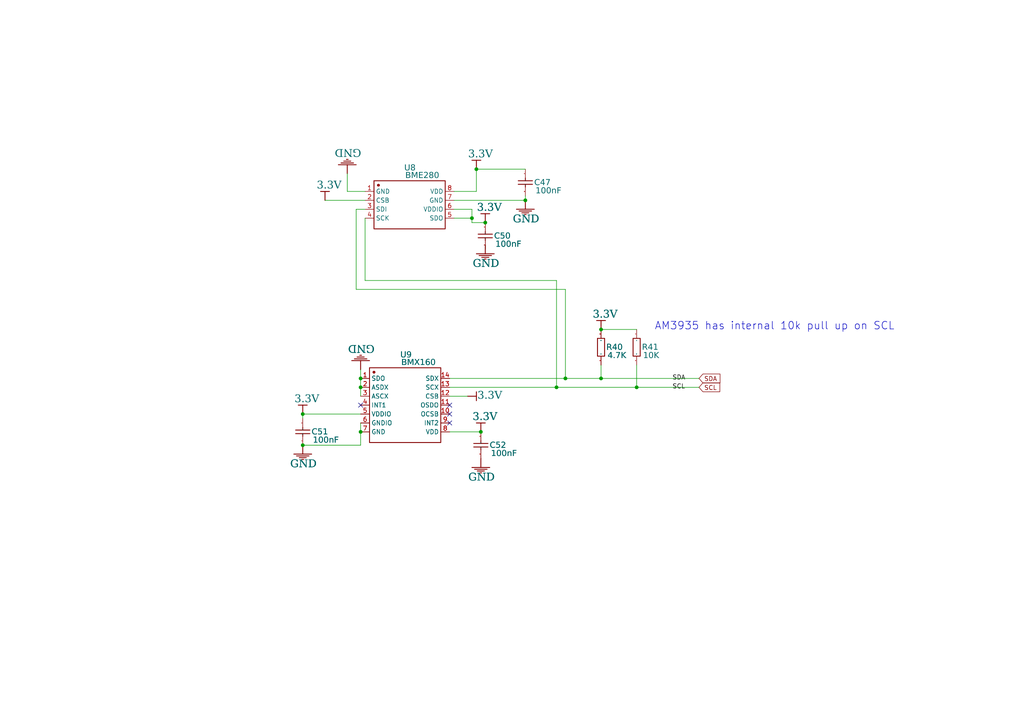
<source format=kicad_sch>
(kicad_sch (version 20250114) (generator "eeschema") (generator_version "9.0")
  (paper "User" 292.1 205.105)
  (lib_symbols
    (symbol "0402WGF1002TCE"
      (property "Reference" "R41" (at 1.524 0.9017 0))
      (property "Value" "10K" (at 1.524 -1.4097 0))
      (symbol "0402WGF1002TCE_0_0"
        (rectangle (start -1.016 2.54) (end 1.016 -2.54) (stroke (width 0.254)))
        (pin input line (at 0 5.08 270) (length 2.54) (name "1") (number "1"))
        (pin input line (at 0 -5.08 90) (length 2.54) (name "2") (number "2"))
      )
    )
    (symbol "0402WGF4701TCE"
      (property "Reference" "R40" (at 1.524 0.8763 0))
      (property "Value" "4.7K" (at 1.524 -1.4097 0))
      (symbol "0402WGF4701TCE_0_0"
        (rectangle (start -1.016 2.54) (end 1.016 -2.54) (stroke (width 0.254)))
        (pin input line (at 0 5.08 270) (length 2.54) (name "2") (number "2"))
        (pin input line (at 0 -5.08 90) (length 2.54) (name "1") (number "1"))
      )
    )
    (symbol "3.3V" (power) (pin_numbers (hide yes)) (pin_names (hide yes))
      (property "Value" "3.3V" (at 0 -3.81 0))
      (symbol "3.3V_0_0"
        (polyline (pts (xy -1.27 -2.54) (xy 1.27 -2.54)) (stroke (width 0.254)))
        (polyline (pts (xy 0 0) (xy 0 -2.54)) (stroke (width 0.254)))
        (pin power_in line (at 0 0 270) (length 0) (name "3.3V") (number "1"))
      )
    )
    (symbol "BME280"
      (property "Reference" "U8" (at -1.524 11.4173 0))
      (property "Value" "BME280" (at -1.524 9.3091 0))
      (symbol "BME280_0_0"
        (rectangle (start -10.16 6.858) (end 10.16 -6.858) (stroke (width 0.254)))
        (circle (center -8.89 5.588) (radius 0.254) (stroke (width 0.254)) (fill (type outline)))
        (circle (center -8.89 5.588) (radius 0.254) (stroke (width 0.254)) (fill (type outline)))
        (pin unspecified line (at -12.7 3.81 0) (length 2.54) (name "GND") (number "1"))
        (pin unspecified line (at -12.7 1.27 0) (length 2.54) (name "CSB") (number "2"))
        (pin unspecified line (at -12.7 -1.27 0) (length 2.54) (name "SDI") (number "3"))
        (pin unspecified line (at -12.7 -3.81 0) (length 2.54) (name "SCK") (number "4"))
        (pin unspecified line (at 12.7 3.81 180) (length 2.54) (name "VDD") (number "8"))
        (pin unspecified line (at 12.7 1.27 180) (length 2.54) (name "GND") (number "7"))
        (pin unspecified line (at 12.7 -1.27 180) (length 2.54) (name "VDDIO") (number "6"))
        (pin unspecified line (at 12.7 -3.81 180) (length 2.54) (name "SDO") (number "5"))
      )
    )
    (symbol "BMX160"
      (property "Reference" "U9" (at -1.3716 15.2273 0))
      (property "Value" "BMX160" (at -1.3716 13.1191 0))
      (symbol "BMX160_0_0"
        (rectangle (start -10.16 10.668) (end 10.16 -10.668) (stroke (width 0.254)))
        (circle (center -8.89 9.398) (radius 0.254) (stroke (width 0.254)) (fill (type outline)))
        (circle (center -8.89 9.398) (radius 0.254) (stroke (width 0.254)) (fill (type outline)))
        (pin unspecified line (at -12.7 7.62 0) (length 2.54) (name "SDO") (number "1"))
        (pin unspecified line (at -12.7 5.08 0) (length 2.54) (name "ASDX") (number "2"))
        (pin unspecified line (at -12.7 2.54 0) (length 2.54) (name "ASCX") (number "3"))
        (pin unspecified line (at -12.7 0 0) (length 2.54) (name "INT1") (number "4"))
        (pin unspecified line (at -12.7 -2.54 0) (length 2.54) (name "VDDIO") (number "5"))
        (pin unspecified line (at -12.7 -5.08 0) (length 2.54) (name "GNDIO") (number "6"))
        (pin unspecified line (at -12.7 -7.62 0) (length 2.54) (name "GND") (number "7"))
        (pin unspecified line (at 12.7 7.62 180) (length 2.54) (name "SDX") (number "14"))
        (pin unspecified line (at 12.7 5.08 180) (length 2.54) (name "SCX") (number "13"))
        (pin unspecified line (at 12.7 2.54 180) (length 2.54) (name "CSB") (number "12"))
        (pin unspecified line (at 12.7 0 180) (length 2.54) (name "OSDO") (number "11"))
        (pin unspecified line (at 12.7 -2.54 180) (length 2.54) (name "OCSB") (number "10"))
        (pin unspecified line (at 12.7 -5.08 180) (length 2.54) (name "INT2") (number "9"))
        (pin unspecified line (at 12.7 -7.62 180) (length 2.54) (name "VDD") (number "8"))
      )
    )
    (symbol "CL05B104KO5NNNC"
      (property "Reference" "C47" (at 2.54 0.8763 0))
      (property "Value" "100nF" (at 2.54 -1.4097 0))
      (symbol "CL05B104KO5NNNC_0_0"
        (polyline (pts (xy 0 1.27) (xy 0 0.508)) (stroke (width 0.254)))
        (polyline (pts (xy 0 -0.508) (xy 0 -1.27)) (stroke (width 0.254)))
        (polyline (pts (xy 2.032 0.508) (xy -2.032 0.508)) (stroke (width 0.254)))
        (polyline (pts (xy 2.032 -0.508) (xy -2.032 -0.508)) (stroke (width 0.254)))
        (pin input line (at 0 3.81 270) (length 2.54) (name "1") (number "1"))
        (pin input line (at 0 -3.81 90) (length 2.54) (name "2") (number "2"))
      )
    )
    (symbol "CL05B104KO5NNNC_1"
      (property "Reference" "C50" (at 2.54 0.8763 0))
      (property "Value" "100nF" (at 2.54 -1.4097 0))
      (symbol "CL05B104KO5NNNC_1_0_0"
        (polyline (pts (xy 0 1.27) (xy 0 0.508)) (stroke (width 0.254)))
        (polyline (pts (xy 0 -0.508) (xy 0 -1.27)) (stroke (width 0.254)))
        (polyline (pts (xy 2.032 0.508) (xy -2.032 0.508)) (stroke (width 0.254)))
        (polyline (pts (xy 2.032 -0.508) (xy -2.032 -0.508)) (stroke (width 0.254)))
        (pin input line (at 0 3.81 270) (length 2.54) (name "1") (number "1"))
        (pin input line (at 0 -3.81 90) (length 2.54) (name "2") (number "2"))
      )
    )
    (symbol "CL05B104KO5NNNC_2"
      (property "Reference" "C51" (at 2.54 0.8763 0))
      (property "Value" "100nF" (at 2.54 -1.4097 0))
      (symbol "CL05B104KO5NNNC_2_0_0"
        (polyline (pts (xy 0 1.27) (xy 0 0.508)) (stroke (width 0.254)))
        (polyline (pts (xy 0 -0.508) (xy 0 -1.27)) (stroke (width 0.254)))
        (polyline (pts (xy 2.032 0.508) (xy -2.032 0.508)) (stroke (width 0.254)))
        (polyline (pts (xy 2.032 -0.508) (xy -2.032 -0.508)) (stroke (width 0.254)))
        (pin input line (at 0 3.81 270) (length 2.54) (name "1") (number "1"))
        (pin input line (at 0 -3.81 90) (length 2.54) (name "2") (number "2"))
      )
    )
    (symbol "CL05B104KO5NNNC_3"
      (property "Reference" "C52" (at 2.54 0.8763 0))
      (property "Value" "100nF" (at 2.54 -1.4097 0))
      (symbol "CL05B104KO5NNNC_3_0_0"
        (polyline (pts (xy 0 1.27) (xy 0 0.508)) (stroke (width 0.254)))
        (polyline (pts (xy 0 -0.508) (xy 0 -1.27)) (stroke (width 0.254)))
        (polyline (pts (xy 2.032 0.508) (xy -2.032 0.508)) (stroke (width 0.254)))
        (polyline (pts (xy 2.032 -0.508) (xy -2.032 -0.508)) (stroke (width 0.254)))
        (pin input line (at 0 3.81 270) (length 2.54) (name "1") (number "1"))
        (pin input line (at 0 -3.81 90) (length 2.54) (name "2") (number "2"))
      )
    )
    (symbol "GND" (power) (pin_numbers (hide yes)) (pin_names (hide yes))
      (property "Value" "GND" (at 0 -6.35 0))
      (symbol "GND_0_0"
        (polyline (pts (xy -2.54 -2.54) (xy 2.54 -2.54)) (stroke (width 0.254)))
        (polyline (pts (xy -1.778 -3.048) (xy 1.778 -3.048)) (stroke (width 0.254)))
        (polyline (pts (xy -1.016 -3.556) (xy 1.016 -3.556)) (stroke (width 0.254)))
        (polyline (pts (xy -0.254 -4.064) (xy 0.254 -4.064)) (stroke (width 0.254)))
        (polyline (pts (xy 0 0) (xy 0 -2.54)) (stroke (width 0.254)))
        (pin power_in line (at 0 0 270) (length 0) (name "GND") (number "1"))
      )
    )
  )
  (text "AM3935 has internal 10k pull up on SCL" (at 186.69 91.8083 0) (effects (font (size 2.1717 2.1717)) (justify left top)))
  (junction (at 171.45 107.95))
  (junction (at 86.36 127))
  (junction (at 102.87 123.19))
  (junction (at 134.62 62.23))
  (junction (at 86.36 118.11))
  (junction (at 102.87 110.49))
  (junction (at 181.61 110.49))
  (junction (at 138.43 63.5))
  (junction (at 102.87 107.95))
  (junction (at 149.86 57.15))
  (junction (at 158.75 110.49))
  (junction (at 171.45 93.98))
  (junction (at 137.16 123.19))
  (junction (at 135.89 48.26))
  (junction (at 161.29 107.95))
  (no_connect (at 102.87 115.57))
  (no_connect (at 128.27 115.57))
  (no_connect (at 128.27 118.11))
  (no_connect (at 128.27 120.65))
  (wire (pts (xy 161.29 82.55) (xy 161.29 107.95)))
  (wire (pts (xy 181.61 110.49) (xy 199.39 110.49)))
  (wire (pts (xy 128.27 107.95) (xy 161.29 107.95)))
  (wire (pts (xy 135.89 48.26) (xy 149.86 48.26)))
  (wire (pts (xy 129.54 57.15) (xy 149.86 57.15)))
  (wire (pts (xy 161.29 107.95) (xy 171.45 107.95)))
  (wire (pts (xy 133.35 113.03) (xy 128.27 113.03)))
  (wire (pts (xy 104.14 62.23) (xy 104.14 80.01)))
  (wire (pts (xy 134.62 62.23) (xy 134.62 63.5)))
  (wire (pts (xy 135.89 54.61) (xy 135.89 48.26)))
  (wire (pts (xy 158.75 80.01) (xy 158.75 110.49)))
  (wire (pts (xy 104.14 54.61) (xy 99.06 54.61)))
  (wire (pts (xy 128.27 123.19) (xy 137.16 123.19)))
  (wire (pts (xy 101.6 82.55) (xy 161.29 82.55)))
  (wire (pts (xy 104.14 59.69) (xy 101.6 59.69)))
  (wire (pts (xy 134.62 63.5) (xy 138.43 63.5)))
  (wire (pts (xy 149.86 57.15) (xy 149.86 55.88)))
  (wire (pts (xy 102.87 105.41) (xy 102.87 107.95)))
  (wire (pts (xy 102.87 123.19) (xy 102.87 120.65)))
  (wire (pts (xy 181.61 104.14) (xy 181.61 110.49)))
  (wire (pts (xy 104.14 80.01) (xy 158.75 80.01)))
  (wire (pts (xy 171.45 107.95) (xy 199.39 107.95)))
  (wire (pts (xy 102.87 107.95) (xy 102.87 110.49)))
  (wire (pts (xy 86.36 127) (xy 102.87 127)))
  (wire (pts (xy 102.87 110.49) (xy 102.87 113.03)))
  (wire (pts (xy 134.62 59.69) (xy 134.62 62.23)))
  (wire (pts (xy 129.54 59.69) (xy 134.62 59.69)))
  (wire (pts (xy 101.6 59.69) (xy 101.6 82.55)))
  (wire (pts (xy 128.27 110.49) (xy 158.75 110.49)))
  (wire (pts (xy 129.54 54.61) (xy 135.89 54.61)))
  (wire (pts (xy 86.36 118.11) (xy 86.36 119.38)))
  (wire (pts (xy 104.14 57.15) (xy 92.71 57.15)))
  (wire (pts (xy 102.87 118.11) (xy 86.36 118.11)))
  (wire (pts (xy 102.87 127) (xy 102.87 123.19)))
  (wire (pts (xy 99.06 54.61) (xy 99.06 49.53)))
  (wire (pts (xy 171.45 93.98) (xy 181.61 93.98)))
  (wire (pts (xy 129.54 62.23) (xy 134.62 62.23)))
  (wire (pts (xy 171.45 104.14) (xy 171.45 107.95)))
  (wire (pts (xy 138.43 69.85) (xy 138.43 71.12)))
  (wire (pts (xy 158.75 110.49) (xy 181.61 110.49)))
  (label "SCL" (at 191.77 110.49 0))
  (label "SDA" (at 191.77 107.95 0))
  (global_label "SCL" (shape input) (at 199.39 110.49 0) (property "Intersheetrefs" "${INTERSHEET_REFS}" (effects (hide yes))))
  (global_label "SDA" (shape input) (at 199.39 107.95 0) (property "Intersheetrefs" "${INTERSHEET_REFS}" (effects (hide yes))))
  (symbol (lib_id "3.3V") (at 133.35 113.03 90) (mirror x) (unit 0)
    (property "Reference" "#PWR0229" (effects (hide yes)))
    (property "Value" "3.3V" (at 136.017 114.0714 -270) (effects (font (size 2.1717 2.1717)) (justify right bottom)))
    (property "Description" "Power symbol creates a global label with name '3.3V'" (effects (hide yes)))
  )
  (symbol (lib_id "CL05B104KO5NNNC") (at 149.86 52.07 0) (unit 0)
    (property "Reference" "C47" (at 152.4 51.1937 0) (effects (font (size 1.6891 1.6891)) (justify left top)))
    (property "Value" "100nF" (at 152.4 53.4797 0) (effects (font (size 1.6891 1.6891)) (justify left top)))
    (property "BOM_Manufacturer Part" "CL05B104KO5NNNC" (effects (hide yes)))
    (property "BOM_Manufacturer" "SAMSUNG" (effects (hide yes)))
    (property "BOM_Supplier Part" "C1525" (effects (hide yes)))
    (property "BOM_Supplier" "LCSC" (effects (hide yes)))
  )
  (symbol (lib_id "GND") (at 149.86 57.15 0) (unit 0)
    (property "Reference" "#PWR0226" (effects (hide yes)))
    (property "Value" "GND" (at 146.558 63.754 0) (effects (font (size 2.1717 2.1717)) (justify left bottom)))
    (property "Description" "Power symbol creates a global label with name 'GND'" (effects (hide yes)))
  )
  (symbol (lib_id "CL05B104KO5NNNC_2") (at 86.36 123.19 0) (unit 0)
    (property "Reference" "C51" (at 88.9 122.3137 0) (effects (font (size 1.6891 1.6891)) (justify left top)))
    (property "Value" "100nF" (at 88.9 124.5997 0) (effects (font (size 1.6891 1.6891)) (justify left top)))
    (property "BOM_Manufacturer Part" "CL05B104KO5NNNC" (effects (hide yes)))
    (property "BOM_Manufacturer" "SAMSUNG" (effects (hide yes)))
    (property "BOM_Supplier Part" "C1525" (effects (hide yes)))
    (property "BOM_Supplier" "LCSC" (effects (hide yes)))
  )
  (symbol (lib_id "3.3V") (at 137.16 123.19 0) (mirror x) (unit 0)
    (property "Reference" "#PWR0228" (effects (hide yes)))
    (property "Value" "3.3V" (at 134.62 120.142 0) (effects (font (size 2.1717 2.1717)) (justify left top)))
    (property "Description" "Power symbol creates a global label with name '3.3V'" (effects (hide yes)))
  )
  (symbol (lib_id "GND") (at 137.16 130.81 0) (unit 0)
    (property "Reference" "#PWR0212" (effects (hide yes)))
    (property "Value" "GND" (at 133.858 137.414 0) (effects (font (size 2.1717 2.1717)) (justify left bottom)))
    (property "Description" "Power symbol creates a global label with name 'GND'" (effects (hide yes)))
  )
  (symbol (lib_id "BME280") (at 116.84 58.42 0) (unit 0)
    (property "Reference" "U8" (at 115.316 47.0027 0) (effects (font (size 1.6891 1.6891)) (justify left top)))
    (property "Value" "BME280" (at 115.316 49.1109 0) (effects (font (size 1.6891 1.6891)) (justify left top)))
    (property "BOM_Manufacturer Part" "BME280" (effects (hide yes)))
    (property "BOM_Manufacturer" "Bosch" (effects (hide yes)))
    (property "BOM_Supplier Part" "C92489" (effects (hide yes)))
    (property "BOM_Supplier" "LCSC" (effects (hide yes)))
  )
  (symbol (lib_id "CL05B104KO5NNNC_3") (at 137.16 127 0) (unit 0)
    (property "Reference" "C52" (at 139.7 126.1237 0) (effects (font (size 1.6891 1.6891)) (justify left top)))
    (property "Value" "100nF" (at 139.7 128.4097 0) (effects (font (size 1.6891 1.6891)) (justify left top)))
    (property "BOM_Manufacturer Part" "CL05B104KO5NNNC" (effects (hide yes)))
    (property "BOM_Manufacturer" "SAMSUNG" (effects (hide yes)))
    (property "BOM_Supplier Part" "C1525" (effects (hide yes)))
    (property "BOM_Supplier" "LCSC" (effects (hide yes)))
  )
  (symbol (lib_id "GND") (at 99.06 49.53 180) (unit 0)
    (property "Reference" "#PWR0222" (effects (hide yes)))
    (property "Value" "GND" (at 95.758 44.6786 -180) (effects (font (size 2.1717 2.1717)) (justify left bottom)))
    (property "Description" "Power symbol creates a global label with name 'GND'" (effects (hide yes)))
  )
  (symbol (lib_id "GND") (at 86.36 127 0) (unit 0)
    (property "Reference" "#PWR0207" (effects (hide yes)))
    (property "Value" "GND" (at 83.058 133.604 0) (effects (font (size 2.1717 2.1717)) (justify left bottom)))
    (property "Description" "Power symbol creates a global label with name 'GND'" (effects (hide yes)))
  )
  (symbol (lib_id "3.3V") (at 86.36 118.11 0) (mirror x) (unit 0)
    (property "Reference" "#PWR0220" (effects (hide yes)))
    (property "Value" "3.3V" (at 83.82 115.062 0) (effects (font (size 2.1717 2.1717)) (justify left top)))
    (property "Description" "Power symbol creates a global label with name '3.3V'" (effects (hide yes)))
  )
  (symbol (lib_id "CL05B104KO5NNNC_1") (at 138.43 67.31 0) (unit 0)
    (property "Reference" "C50" (at 140.97 66.4337 0) (effects (font (size 1.6891 1.6891)) (justify left top)))
    (property "Value" "100nF" (at 140.97 68.7197 0) (effects (font (size 1.6891 1.6891)) (justify left top)))
    (property "BOM_Manufacturer Part" "CL05B104KO5NNNC" (effects (hide yes)))
    (property "BOM_Manufacturer" "SAMSUNG" (effects (hide yes)))
    (property "BOM_Supplier Part" "C1525" (effects (hide yes)))
    (property "BOM_Supplier" "LCSC" (effects (hide yes)))
  )
  (symbol (lib_id "GND") (at 138.43 69.85 0) (unit 0)
    (property "Reference" "#PWR0227" (effects (hide yes)))
    (property "Value" "GND" (at 135.128 76.454 0) (effects (font (size 2.1717 2.1717)) (justify left bottom)))
    (property "Description" "Power symbol creates a global label with name 'GND'" (effects (hide yes)))
  )
  (symbol (lib_id "0402WGF1002TCE") (at 181.61 99.06 0) (unit 0)
    (property "Reference" "R41" (at 183.134 98.1583 0) (effects (font (size 1.6891 1.6891)) (justify left top)))
    (property "Value" "10K" (at 183.134 100.4697 0) (effects (font (size 1.6891 1.6891)) (justify left top)))
    (property "BOM_Manufacturer Part" "0402WGF1002TCE" (effects (hide yes)))
    (property "BOM_Manufacturer" "UniOhm" (effects (hide yes)))
    (property "BOM_Supplier Part" "C25744" (effects (hide yes)))
    (property "BOM_Supplier" "LCSC" (effects (hide yes)))
  )
  (symbol (lib_id "3.3V") (at 135.89 48.26 0) (mirror x) (unit 0)
    (property "Reference" "#PWR0221" (effects (hide yes)))
    (property "Value" "3.3V" (at 133.35 45.212 0) (effects (font (size 2.1717 2.1717)) (justify left top)))
    (property "Description" "Power symbol creates a global label with name '3.3V'" (effects (hide yes)))
  )
  (symbol (lib_id "3.3V") (at 138.43 63.5 0) (mirror x) (unit 0)
    (property "Reference" "#PWR0225" (effects (hide yes)))
    (property "Value" "3.3V" (at 135.89 60.452 0) (effects (font (size 2.1717 2.1717)) (justify left top)))
    (property "Description" "Power symbol creates a global label with name '3.3V'" (effects (hide yes)))
  )
  (symbol (lib_id "GND") (at 102.87 105.41 180) (unit 0)
    (property "Reference" "#PWR0224" (effects (hide yes)))
    (property "Value" "GND" (at 99.568 100.584 -180) (effects (font (size 2.1717 2.1717)) (justify left bottom)))
    (property "Description" "Power symbol creates a global label with name 'GND'" (effects (hide yes)))
  )
  (symbol (lib_id "BMX160") (at 115.57 115.57 0) (unit 0)
    (property "Reference" "U9" (at 114.1984 100.3427 0) (effects (font (size 1.6891 1.6891)) (justify left top)))
    (property "Value" "BMX160" (at 114.1984 102.4509 0) (effects (font (size 1.6891 1.6891)) (justify left top)))
    (property "BOM_Manufacturer Part" "BMI160" (effects (hide yes)))
    (property "BOM_Manufacturer" "Bosch" (effects (hide yes)))
    (property "BOM_Supplier Part" "828-1087-1-ND" (effects (hide yes)))
    (property "BOM_Supplier" "Digi-Key" (effects (hide yes)))
  )
  (symbol (lib_id "3.3V") (at 92.71 57.15 0) (mirror x) (unit 0)
    (property "Reference" "#PWR0230" (effects (hide yes)))
    (property "Value" "3.3V" (at 90.17 54.102 0) (effects (font (size 2.1717 2.1717)) (justify left top)))
    (property "Description" "Power symbol creates a global label with name '3.3V'" (effects (hide yes)))
  )
  (symbol (lib_id "0402WGF4701TCE") (at 171.45 99.06 0) (unit 0)
    (property "Reference" "R40" (at 172.974 98.1837 0) (effects (font (size 1.6891 1.6891)) (justify left top)))
    (property "Value" "4.7K" (at 172.974 100.4697 0) (effects (font (size 1.6891 1.6891)) (justify left top)))
    (property "BOM_Manufacturer Part" "0402WGF4701TCE" (effects (hide yes)))
    (property "BOM_Manufacturer" "UniOhm" (effects (hide yes)))
    (property "BOM_Supplier Part" "C25900" (effects (hide yes)))
    (property "BOM_Supplier" "LCSC" (effects (hide yes)))
  )
  (symbol (lib_id "3.3V") (at 171.45 93.98 0) (mirror x) (unit 0)
    (property "Reference" "#PWR0206" (effects (hide yes)))
    (property "Value" "3.3V" (at 168.91 90.932 0) (effects (font (size 2.1717 2.1717)) (justify left top)))
    (property "Description" "Power symbol creates a global label with name '3.3V'" (effects (hide yes)))
  )
)
</source>
